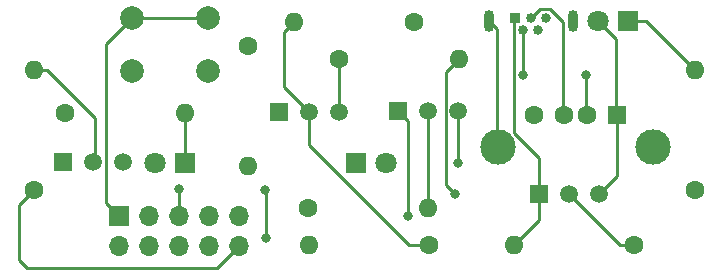
<source format=gbr>
%TF.GenerationSoftware,KiCad,Pcbnew,(6.0.1)*%
%TF.CreationDate,2022-10-21T20:24:01-07:00*%
%TF.ProjectId,DuDad,44754461-642e-46b6-9963-61645f706362,1.3*%
%TF.SameCoordinates,Original*%
%TF.FileFunction,Copper,L2,Bot*%
%TF.FilePolarity,Positive*%
%FSLAX46Y46*%
G04 Gerber Fmt 4.6, Leading zero omitted, Abs format (unit mm)*
G04 Created by KiCad (PCBNEW (6.0.1)) date 2022-10-21 20:24:01*
%MOMM*%
%LPD*%
G01*
G04 APERTURE LIST*
%TA.AperFunction,ComponentPad*%
%ADD10R,0.840000X0.840000*%
%TD*%
%TA.AperFunction,ComponentPad*%
%ADD11C,0.840000*%
%TD*%
%TA.AperFunction,ComponentPad*%
%ADD12O,0.850000X1.850000*%
%TD*%
%TA.AperFunction,ComponentPad*%
%ADD13C,2.000000*%
%TD*%
%TA.AperFunction,ComponentPad*%
%ADD14R,1.800000X1.800000*%
%TD*%
%TA.AperFunction,ComponentPad*%
%ADD15C,1.800000*%
%TD*%
%TA.AperFunction,ComponentPad*%
%ADD16C,1.600000*%
%TD*%
%TA.AperFunction,ComponentPad*%
%ADD17O,1.600000X1.600000*%
%TD*%
%TA.AperFunction,ComponentPad*%
%ADD18R,1.500000X1.500000*%
%TD*%
%TA.AperFunction,ComponentPad*%
%ADD19C,1.500000*%
%TD*%
%TA.AperFunction,ComponentPad*%
%ADD20R,1.600000X1.500000*%
%TD*%
%TA.AperFunction,ComponentPad*%
%ADD21C,3.000000*%
%TD*%
%TA.AperFunction,ComponentPad*%
%ADD22R,1.700000X1.700000*%
%TD*%
%TA.AperFunction,ComponentPad*%
%ADD23O,1.700000X1.700000*%
%TD*%
%TA.AperFunction,ViaPad*%
%ADD24C,0.800000*%
%TD*%
%TA.AperFunction,Conductor*%
%ADD25C,0.250000*%
%TD*%
G04 APERTURE END LIST*
D10*
%TO.P,J2,1,VBUS*%
%TO.N,Net-(J2-Pad1)*%
X92500000Y-52500000D03*
D11*
%TO.P,J2,2,D-*%
%TO.N,Net-(J2-Pad2)*%
X93150000Y-53500000D03*
%TO.P,J2,3,D+*%
%TO.N,Net-(J2-Pad3)*%
X93800000Y-52500000D03*
%TO.P,J2,4,ID*%
%TO.N,unconnected-(J2-Pad4)*%
X94450000Y-53500000D03*
%TO.P,J2,5,GND*%
%TO.N,GND*%
X95100000Y-52500000D03*
D12*
%TO.P,J2,6,Shield*%
%TO.N,Net-(J2-Pad6)*%
X90225000Y-52720000D03*
X97375000Y-52720000D03*
%TD*%
D13*
%TO.P,SW1,1,1*%
%TO.N,Net-(J1-Pad1)*%
X66500000Y-52500000D03*
X60000000Y-52500000D03*
%TO.P,SW1,2,2*%
%TO.N,GND*%
X60000000Y-57000000D03*
X66500000Y-57000000D03*
%TD*%
D14*
%TO.P,D1,1,K*%
%TO.N,Net-(D1-Pad1)*%
X79000000Y-64750000D03*
D15*
%TO.P,D1,2,A*%
%TO.N,Net-(D1-Pad2)*%
X81540000Y-64750000D03*
%TD*%
D14*
%TO.P,D2,1,K*%
%TO.N,Net-(D2-Pad1)*%
X102000000Y-52750000D03*
D15*
%TO.P,D2,2,A*%
%TO.N,Net-(D2-Pad2)*%
X99460000Y-52750000D03*
%TD*%
D16*
%TO.P,R1,1*%
%TO.N,GND*%
X69900000Y-54864000D03*
D17*
%TO.P,R1,2*%
%TO.N,Net-(D1-Pad1)*%
X69900000Y-65024000D03*
%TD*%
D16*
%TO.P,R2,1*%
%TO.N,Net-(J1-Pad7)*%
X74970000Y-68600000D03*
D17*
%TO.P,R2,2*%
%TO.N,Net-(Q1-Pad2)*%
X85130000Y-68600000D03*
%TD*%
D16*
%TO.P,R3,1*%
%TO.N,GND*%
X107696000Y-67056000D03*
D17*
%TO.P,R3,2*%
%TO.N,Net-(D2-Pad1)*%
X107696000Y-56896000D03*
%TD*%
D14*
%TO.P,D3,1,K*%
%TO.N,Net-(D3-Pad1)*%
X64520000Y-64750000D03*
D15*
%TO.P,D3,2,A*%
%TO.N,Net-(D3-Pad2)*%
X61980000Y-64750000D03*
%TD*%
D16*
%TO.P,R4,1*%
%TO.N,GND*%
X54356000Y-60553600D03*
D17*
%TO.P,R4,2*%
%TO.N,Net-(D3-Pad1)*%
X64516000Y-60553600D03*
%TD*%
D16*
%TO.P,R5,1*%
%TO.N,Net-(J1-Pad10)*%
X51714400Y-67056000D03*
D17*
%TO.P,R5,2*%
%TO.N,Net-(Q2-Pad2)*%
X51714400Y-56896000D03*
%TD*%
D18*
%TO.P,Q1,1,E*%
%TO.N,+3V3*%
X82600000Y-60400000D03*
D19*
%TO.P,Q1,2,B*%
%TO.N,Net-(Q1-Pad2)*%
X85140000Y-60400000D03*
%TO.P,Q1,3,C*%
%TO.N,Net-(D1-Pad2)*%
X87680000Y-60400000D03*
%TD*%
D18*
%TO.P,Q2,1,E*%
%TO.N,+3V3*%
X54206800Y-64715000D03*
D19*
%TO.P,Q2,2,B*%
%TO.N,Net-(Q2-Pad2)*%
X56746800Y-64715000D03*
%TO.P,Q2,3,C*%
%TO.N,Net-(D3-Pad2)*%
X59286800Y-64715000D03*
%TD*%
D16*
%TO.P,R6,1*%
%TO.N,GND*%
X83950000Y-52800000D03*
D17*
%TO.P,R6,2*%
%TO.N,Net-(Q3-Pad2)*%
X73790000Y-52800000D03*
%TD*%
D16*
%TO.P,R8,1*%
%TO.N,Net-(Q4-Pad2)*%
X102550000Y-71725000D03*
D17*
%TO.P,R8,2*%
%TO.N,Net-(J2-Pad1)*%
X92390000Y-71725000D03*
%TD*%
D16*
%TO.P,R9,1*%
%TO.N,Net-(Q3-Pad3)*%
X77570000Y-55950000D03*
D17*
%TO.P,R9,2*%
%TO.N,Net-(Q4-Pad2)*%
X87730000Y-55950000D03*
%TD*%
D16*
%TO.P,R7,1*%
%TO.N,Net-(Q3-Pad2)*%
X85150000Y-71725000D03*
D17*
%TO.P,R7,2*%
%TO.N,+12V*%
X74990000Y-71725000D03*
%TD*%
D18*
%TO.P,Q3,1,S*%
%TO.N,GND*%
X72500000Y-60410000D03*
D19*
%TO.P,Q3,2,G*%
%TO.N,Net-(Q3-Pad2)*%
X75040000Y-60410000D03*
%TO.P,Q3,3,D*%
%TO.N,Net-(Q3-Pad3)*%
X77580000Y-60410000D03*
%TD*%
%TO.P,Q4,3,C*%
%TO.N,Net-(D2-Pad2)*%
X99590000Y-67410000D03*
%TO.P,Q4,2,B*%
%TO.N,Net-(Q4-Pad2)*%
X97050000Y-67410000D03*
D18*
%TO.P,Q4,1,E*%
%TO.N,Net-(J2-Pad1)*%
X94510000Y-67410000D03*
%TD*%
D20*
%TO.P,J3,1,VBUS*%
%TO.N,Net-(D2-Pad2)*%
X101100000Y-60700000D03*
D16*
%TO.P,J3,2,D-*%
%TO.N,Net-(J2-Pad2)*%
X98600000Y-60700000D03*
%TO.P,J3,3,D+*%
%TO.N,Net-(J2-Pad3)*%
X96600000Y-60700000D03*
%TO.P,J3,4,GND*%
%TO.N,GND*%
X94100000Y-60700000D03*
D21*
%TO.P,J3,5,Shield*%
%TO.N,Net-(J2-Pad6)*%
X91030000Y-63410000D03*
X104170000Y-63410000D03*
%TD*%
D22*
%TO.P,J1,1,Pin_1*%
%TO.N,Net-(J1-Pad1)*%
X58928000Y-69291200D03*
D23*
%TO.P,J1,2,Pin_2*%
%TO.N,GND*%
X58928000Y-71831200D03*
%TO.P,J1,3,Pin_3*%
%TO.N,unconnected-(J1-Pad3)*%
X61468000Y-69291200D03*
%TO.P,J1,4,Pin_4*%
%TO.N,unconnected-(J1-Pad4)*%
X61468000Y-71831200D03*
%TO.P,J1,5,Pin_5*%
%TO.N,+12V*%
X64008000Y-69291200D03*
%TO.P,J1,6,Pin_6*%
%TO.N,unconnected-(J1-Pad6)*%
X64008000Y-71831200D03*
%TO.P,J1,7,Pin_7*%
%TO.N,Net-(J1-Pad7)*%
X66548000Y-69291200D03*
%TO.P,J1,8,Pin_8*%
%TO.N,GND*%
X66548000Y-71831200D03*
%TO.P,J1,9,Pin_9*%
%TO.N,+3V3*%
X69088000Y-69291200D03*
%TO.P,J1,10,Pin_10*%
%TO.N,Net-(J1-Pad10)*%
X69088000Y-71831200D03*
%TD*%
D24*
%TO.N,Net-(J2-Pad2)*%
X93150000Y-57350000D03*
X98500000Y-57350000D03*
%TO.N,+12V*%
X71302201Y-67047799D03*
X64008000Y-67005200D03*
X71350000Y-71150000D03*
%TO.N,Net-(D1-Pad2)*%
X87650000Y-64750000D03*
%TO.N,+3V3*%
X83413600Y-69291200D03*
%TO.N,Net-(Q4-Pad2)*%
X87400000Y-67425000D03*
%TD*%
D25*
%TO.N,Net-(J1-Pad1)*%
X57821311Y-54678689D02*
X60000000Y-52500000D01*
X58928000Y-69291200D02*
X57821311Y-68184511D01*
X57821311Y-68184511D02*
X57821311Y-54678689D01*
%TO.N,Net-(Q4-Pad2)*%
X86605489Y-57074511D02*
X87730000Y-55950000D01*
X86605489Y-66630489D02*
X86605489Y-57074511D01*
X87400000Y-67425000D02*
X86605489Y-66630489D01*
%TO.N,Net-(D1-Pad2)*%
X87680000Y-64720000D02*
X87680000Y-60400000D01*
X87650000Y-64750000D02*
X87680000Y-64720000D01*
%TO.N,+3V3*%
X83413600Y-61213600D02*
X82600000Y-60400000D01*
X83413600Y-69291200D02*
X83413600Y-61213600D01*
%TO.N,Net-(Q1-Pad2)*%
X85130000Y-60410000D02*
X85140000Y-60400000D01*
X85130000Y-68600000D02*
X85130000Y-60410000D01*
%TO.N,Net-(Q4-Pad2)*%
X101365000Y-71725000D02*
X102550000Y-71725000D01*
X97050000Y-67410000D02*
X101365000Y-71725000D01*
%TO.N,Net-(J2-Pad1)*%
X94510000Y-69605000D02*
X92390000Y-71725000D01*
X94510000Y-67410000D02*
X94510000Y-69605000D01*
X92405489Y-62205240D02*
X94510000Y-64309751D01*
X94510000Y-64309751D02*
X94510000Y-67410000D01*
X92405489Y-52594511D02*
X92405489Y-62205240D01*
X92500000Y-52500000D02*
X92405489Y-52594511D01*
%TO.N,Net-(D2-Pad2)*%
X101100000Y-65900000D02*
X99590000Y-67410000D01*
X101100000Y-60700000D02*
X101100000Y-65900000D01*
%TO.N,Net-(Q3-Pad2)*%
X75040000Y-63239022D02*
X75040000Y-60410000D01*
X83525978Y-71725000D02*
X75040000Y-63239022D01*
X85150000Y-71725000D02*
X83525978Y-71725000D01*
%TO.N,Net-(J2-Pad2)*%
X93150000Y-53500000D02*
X93150000Y-57350000D01*
X98500000Y-60700000D02*
X98500000Y-57350000D01*
%TO.N,Net-(J2-Pad3)*%
X96500000Y-52847101D02*
X95407898Y-51754999D01*
X96500000Y-60700000D02*
X96500000Y-52847101D01*
X93800000Y-52500000D02*
X94545001Y-51754999D01*
X95407898Y-51754999D02*
X94545001Y-51754999D01*
%TO.N,Net-(J2-Pad6)*%
X90930000Y-53425000D02*
X90225000Y-52720000D01*
X90930000Y-63410000D02*
X90930000Y-53425000D01*
%TO.N,Net-(J1-Pad1)*%
X60000000Y-52500000D02*
X66500000Y-52500000D01*
%TO.N,+12V*%
X71350000Y-67095598D02*
X71302201Y-67047799D01*
X71350000Y-71150000D02*
X71350000Y-67095598D01*
X64008000Y-69291200D02*
X64008000Y-67005200D01*
%TO.N,Net-(D2-Pad2)*%
X101000000Y-54290000D02*
X99460000Y-52750000D01*
X101000000Y-60700000D02*
X101000000Y-54290000D01*
%TO.N,Net-(D2-Pad1)*%
X103550000Y-52750000D02*
X107696000Y-56896000D01*
X102000000Y-52750000D02*
X103550000Y-52750000D01*
%TO.N,Net-(D3-Pad1)*%
X64516000Y-64746000D02*
X64520000Y-64750000D01*
X64516000Y-60553600D02*
X64516000Y-64746000D01*
%TO.N,Net-(J1-Pad10)*%
X69088000Y-71831200D02*
X67269210Y-73649990D01*
X51145590Y-73649990D02*
X50444400Y-72948800D01*
X50444400Y-68326000D02*
X51714400Y-67056000D01*
X50444400Y-72948800D02*
X50444400Y-68326000D01*
X67269210Y-73649990D02*
X51145590Y-73649990D01*
%TO.N,Net-(Q2-Pad2)*%
X56946800Y-60997030D02*
X56946800Y-64922400D01*
X52845770Y-56896000D02*
X56946800Y-60997030D01*
X51714400Y-56896000D02*
X52845770Y-56896000D01*
%TO.N,Net-(Q3-Pad2)*%
X72925489Y-53664511D02*
X72925489Y-58295489D01*
X73790000Y-52800000D02*
X72925489Y-53664511D01*
X72925489Y-58295489D02*
X75040000Y-60410000D01*
%TO.N,Net-(Q3-Pad3)*%
X77570000Y-55950000D02*
X77570000Y-60400000D01*
X77570000Y-60400000D02*
X77580000Y-60410000D01*
%TD*%
M02*

</source>
